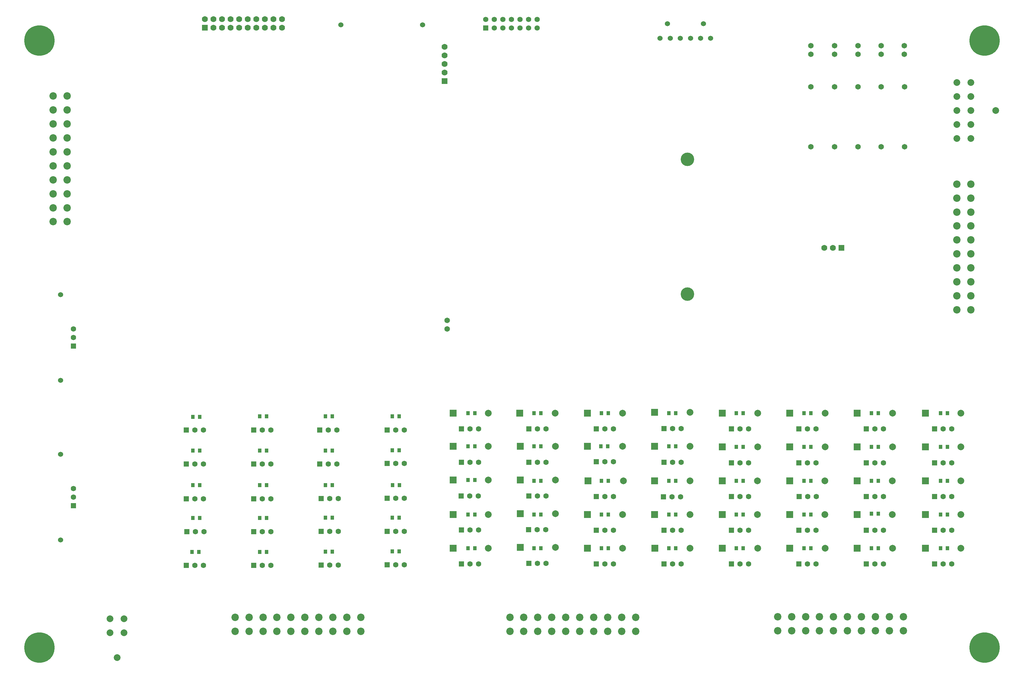
<source format=gbr>
%TF.GenerationSoftware,Altium Limited,Altium Designer,18.0.11 (651)*%
G04 Layer_Color=255*
%FSLAX26Y26*%
%MOIN*%
%TF.FileFunction,Pads,Bot*%
%TF.Part,Single*%
G01*
G75*
%TA.AperFunction,SMDPad,CuDef*%
%ADD14R,0.040000X0.050000*%
%TA.AperFunction,ComponentPad*%
%ADD50C,0.062000*%
%ADD51R,0.062000X0.062000*%
%ADD52R,0.078740X0.078740*%
%ADD53C,0.078740*%
%ADD54R,0.062992X0.062992*%
%ADD55C,0.062992*%
%ADD56C,0.060000*%
%TA.AperFunction,ViaPad*%
%ADD57C,0.060000*%
%TA.AperFunction,ComponentPad*%
%ADD58C,0.070000*%
%ADD59R,0.070000X0.070000*%
%ADD60R,0.062992X0.062992*%
%ADD61C,0.064961*%
%ADD62C,0.065000*%
%TA.AperFunction,ViaPad*%
%ADD63C,0.157480*%
%ADD64C,0.354331*%
%TA.AperFunction,ComponentPad*%
%ADD65R,0.070000X0.070000*%
%ADD66C,0.086614*%
D14*
X2960472Y1906299D02*
D03*
X3040472D02*
D03*
X2960471Y1512598D02*
D03*
X3040471D02*
D03*
X2173070D02*
D03*
X2253070D02*
D03*
X2180944Y1906299D02*
D03*
X2260944D02*
D03*
X2180944Y2292126D02*
D03*
X2260944D02*
D03*
X2960472D02*
D03*
X3040472D02*
D03*
X2960472Y2693701D02*
D03*
X3040472D02*
D03*
X2960472Y3095276D02*
D03*
X3040472D02*
D03*
X2180944Y3087401D02*
D03*
X2260944D02*
D03*
X2180944Y2693701D02*
D03*
X2260944D02*
D03*
X4507874Y2698032D02*
D03*
X4587874D02*
D03*
X4510709Y2291338D02*
D03*
X4590709D02*
D03*
X4507874Y1516929D02*
D03*
X4587874D02*
D03*
X4507874Y1910630D02*
D03*
X4587874D02*
D03*
X3729213Y1512992D02*
D03*
X3809213D02*
D03*
X3729213Y1910630D02*
D03*
X3809213D02*
D03*
X3729213Y2292520D02*
D03*
X3809213D02*
D03*
X3729213Y2696032D02*
D03*
X3809213D02*
D03*
X3729213Y3095669D02*
D03*
X3809213D02*
D03*
X4507874D02*
D03*
X4587874D02*
D03*
X10177165Y3129921D02*
D03*
X10097165D02*
D03*
X10178425Y2736220D02*
D03*
X10098425D02*
D03*
X6241417Y1948819D02*
D03*
X6161417D02*
D03*
X6241417Y1555118D02*
D03*
X6161417D02*
D03*
X7027559Y3129921D02*
D03*
X6947559D02*
D03*
X7021654Y2746063D02*
D03*
X6941654D02*
D03*
X10984252Y1555118D02*
D03*
X10904252D02*
D03*
X9392132Y3129921D02*
D03*
X9312132D02*
D03*
X9392132Y2736220D02*
D03*
X9312132D02*
D03*
X10984252Y3129921D02*
D03*
X10904252D02*
D03*
X7816221Y1555118D02*
D03*
X7736221D02*
D03*
X8602362Y2736220D02*
D03*
X8522362D02*
D03*
X10985512D02*
D03*
X10905512D02*
D03*
X6241417Y3129921D02*
D03*
X6161417D02*
D03*
X8602362Y2342520D02*
D03*
X8522362D02*
D03*
X10984252D02*
D03*
X10904252D02*
D03*
X6241417Y2746063D02*
D03*
X6161417D02*
D03*
X8603622Y1948819D02*
D03*
X8523622D02*
D03*
X9392132Y1555118D02*
D03*
X9312132D02*
D03*
X8603622D02*
D03*
X8523622D02*
D03*
X10984252Y1948819D02*
D03*
X10904252D02*
D03*
X7028819Y2342520D02*
D03*
X6948819D02*
D03*
X6241417D02*
D03*
X6161417D02*
D03*
X7028819Y1948819D02*
D03*
X6948819D02*
D03*
X7027559Y1555118D02*
D03*
X6947559D02*
D03*
X5473701Y3129921D02*
D03*
X5393701D02*
D03*
X10178425Y2342520D02*
D03*
X10098425D02*
D03*
X5472441Y2746063D02*
D03*
X5392441D02*
D03*
X7816221Y3129921D02*
D03*
X7736221D02*
D03*
X10177165Y1958661D02*
D03*
X10097165D02*
D03*
X5473701Y2352362D02*
D03*
X5393701D02*
D03*
X10178425Y1555118D02*
D03*
X10098425D02*
D03*
X5472441Y1948819D02*
D03*
X5392441D02*
D03*
X7816221Y2342520D02*
D03*
X7736221D02*
D03*
X8603622Y3129921D02*
D03*
X8523622D02*
D03*
X5472441Y1555118D02*
D03*
X5392441D02*
D03*
X7816221Y1948819D02*
D03*
X7736221D02*
D03*
X9391024D02*
D03*
X9311024D02*
D03*
X7816221Y2746063D02*
D03*
X7736221D02*
D03*
X9391024Y2342520D02*
D03*
X9311024D02*
D03*
D50*
X5697244Y7628346D02*
D03*
X5797244D02*
D03*
X5697244Y7728346D02*
D03*
X6197244Y7628346D02*
D03*
Y7728346D02*
D03*
X6097244Y7628346D02*
D03*
Y7728346D02*
D03*
X5997244Y7628346D02*
D03*
Y7728346D02*
D03*
X5897244Y7628346D02*
D03*
Y7728346D02*
D03*
X5797244D02*
D03*
X5597244D02*
D03*
D51*
Y7628346D02*
D03*
D52*
X10729134Y1555118D02*
D03*
Y1948819D02*
D03*
Y2342520D02*
D03*
Y2736220D02*
D03*
Y3129921D02*
D03*
X9933465Y1555118D02*
D03*
X9931890Y1948819D02*
D03*
Y2342520D02*
D03*
X9933465Y2736220D02*
D03*
Y3129921D02*
D03*
X9146063Y1555118D02*
D03*
X9144488Y1948819D02*
D03*
Y2342520D02*
D03*
X9146063Y2736220D02*
D03*
Y3129921D02*
D03*
X8358661Y1555118D02*
D03*
X8357087Y1948819D02*
D03*
Y2342520D02*
D03*
X8358661Y2736220D02*
D03*
Y3129921D02*
D03*
X7571260Y1555118D02*
D03*
X7569685Y1948819D02*
D03*
Y2342520D02*
D03*
Y2746063D02*
D03*
Y3139764D02*
D03*
X6783858Y1555118D02*
D03*
Y1948819D02*
D03*
X6792126Y2342520D02*
D03*
X6783858Y2746063D02*
D03*
Y3129921D02*
D03*
X6000787Y1564961D02*
D03*
Y1958661D02*
D03*
Y2352362D02*
D03*
Y2746063D02*
D03*
X5996457Y3129921D02*
D03*
X5217323Y1555118D02*
D03*
Y1948819D02*
D03*
Y2352362D02*
D03*
Y2746063D02*
D03*
Y3129921D02*
D03*
D53*
X11140945Y1555118D02*
D03*
Y1948819D02*
D03*
Y2342520D02*
D03*
Y2736220D02*
D03*
Y3129921D02*
D03*
X10345276Y1555118D02*
D03*
X10343701Y1948819D02*
D03*
Y2342520D02*
D03*
X10345276Y2736220D02*
D03*
Y3129921D02*
D03*
X9557874Y1555118D02*
D03*
X9556299Y1948819D02*
D03*
Y2342520D02*
D03*
X9557874Y2736220D02*
D03*
Y3129921D02*
D03*
X8770472Y1555118D02*
D03*
X8768898Y1948819D02*
D03*
Y2342520D02*
D03*
X8770472Y2736220D02*
D03*
Y3129921D02*
D03*
X7983071Y1555118D02*
D03*
X7981496Y1948819D02*
D03*
Y2342520D02*
D03*
Y2746063D02*
D03*
Y3139764D02*
D03*
X7195669Y1555118D02*
D03*
Y1948819D02*
D03*
X7203937Y2342520D02*
D03*
X7195669Y2746063D02*
D03*
Y3129921D02*
D03*
X6412598Y1564961D02*
D03*
Y1958661D02*
D03*
Y2352362D02*
D03*
Y2746063D02*
D03*
X6408268Y3129921D02*
D03*
X5629134Y1555118D02*
D03*
Y1948819D02*
D03*
Y2352362D02*
D03*
Y2746063D02*
D03*
Y3129921D02*
D03*
X11548819Y6664567D02*
D03*
X11259843Y6990551D02*
D03*
Y6827559D02*
D03*
Y6664567D02*
D03*
Y6501575D02*
D03*
Y6338583D02*
D03*
X11096850D02*
D03*
Y6990551D02*
D03*
Y6827559D02*
D03*
Y6664567D02*
D03*
Y6501575D02*
D03*
X1214961Y730693D02*
D03*
X1377953D02*
D03*
Y567701D02*
D03*
X1214961D02*
D03*
X1298425Y278724D02*
D03*
D54*
X10039370Y1371653D02*
D03*
Y1765354D02*
D03*
Y2159055D02*
D03*
Y2552756D02*
D03*
Y2946456D02*
D03*
X8464567Y1371653D02*
D03*
Y1765354D02*
D03*
Y2159055D02*
D03*
Y2552756D02*
D03*
X6889764Y1371653D02*
D03*
Y1765354D02*
D03*
X6888189Y2159055D02*
D03*
X6889764Y2564961D02*
D03*
X6888189Y2946456D02*
D03*
X5314961Y1371653D02*
D03*
Y1768504D02*
D03*
X5313386Y2165354D02*
D03*
X5314961Y2559055D02*
D03*
Y2946456D02*
D03*
X4449213Y1362599D02*
D03*
Y1751575D02*
D03*
Y2137008D02*
D03*
Y2545351D02*
D03*
X3677871Y1356299D02*
D03*
Y1750000D02*
D03*
Y2133859D02*
D03*
X3660631Y2537402D02*
D03*
X3661812Y2934252D02*
D03*
X4449213D02*
D03*
X7677165Y2952756D02*
D03*
Y2559055D02*
D03*
X7672366Y2155512D02*
D03*
X7677165Y1765354D02*
D03*
Y1371653D02*
D03*
X6100787Y2946456D02*
D03*
X6102362Y2559055D02*
D03*
Y2165354D02*
D03*
X6097562Y1771654D02*
D03*
X6102362Y1377953D02*
D03*
X10835039Y2946456D02*
D03*
Y2552756D02*
D03*
Y2159055D02*
D03*
Y1765354D02*
D03*
Y1371653D02*
D03*
X9251969Y2946456D02*
D03*
Y2552756D02*
D03*
X9255118Y2159055D02*
D03*
X9251969Y1765354D02*
D03*
Y1371653D02*
D03*
X8464567Y2946456D02*
D03*
X2892126Y2933071D02*
D03*
Y2536220D02*
D03*
Y2132677D02*
D03*
Y1748819D02*
D03*
Y1355118D02*
D03*
X2104724Y2933071D02*
D03*
Y2536220D02*
D03*
Y2132677D02*
D03*
X2113469Y1748819D02*
D03*
X2104724Y1355118D02*
D03*
D55*
X10139370Y1371653D02*
D03*
X10239370D02*
D03*
X10139370Y1765354D02*
D03*
X10239370D02*
D03*
X10139370Y2159055D02*
D03*
X10239370D02*
D03*
X10139370Y2552756D02*
D03*
X10239370D02*
D03*
X10139370Y2946456D02*
D03*
X10239370D02*
D03*
X8564567Y1371653D02*
D03*
X8664567D02*
D03*
X8564567Y1765354D02*
D03*
X8664567D02*
D03*
X8564567Y2159055D02*
D03*
X8664567D02*
D03*
X8564567Y2552756D02*
D03*
X8664567D02*
D03*
X6989764Y1371653D02*
D03*
X7089764D02*
D03*
X6989764Y1765354D02*
D03*
X7089764D02*
D03*
X6988189Y2159055D02*
D03*
X7088189D02*
D03*
X6989764Y2564961D02*
D03*
X7089764D02*
D03*
X6988189Y2946456D02*
D03*
X7088189D02*
D03*
X5414961Y1371653D02*
D03*
X5514961D02*
D03*
X5414961Y1768504D02*
D03*
X5514961D02*
D03*
X5413386Y2165354D02*
D03*
X5513386D02*
D03*
X5414961Y2559055D02*
D03*
X5514961D02*
D03*
X5414961Y2946456D02*
D03*
X5514961D02*
D03*
X4549213Y1362599D02*
D03*
X4649213D02*
D03*
X4549213Y1751575D02*
D03*
X4649213D02*
D03*
X4549213Y2137008D02*
D03*
X4649213D02*
D03*
X4549213Y2545351D02*
D03*
X4649213D02*
D03*
X3777871Y1356299D02*
D03*
X3877871D02*
D03*
X3777871Y1750000D02*
D03*
X3877871D02*
D03*
X3777871Y2133859D02*
D03*
X3877871D02*
D03*
X3760631Y2537402D02*
D03*
X3860631D02*
D03*
X3761812Y2934252D02*
D03*
X3861812D02*
D03*
X787402Y4114173D02*
D03*
Y4014173D02*
D03*
X4549213Y2934252D02*
D03*
X4649213D02*
D03*
X7877165Y2952756D02*
D03*
X7777165D02*
D03*
X7877165Y2559055D02*
D03*
X7777165D02*
D03*
X7872366Y2155512D02*
D03*
X7772366D02*
D03*
X7877165Y1765354D02*
D03*
X7777165D02*
D03*
X7877165Y1371653D02*
D03*
X7777165D02*
D03*
X6300787Y2946456D02*
D03*
X6200787D02*
D03*
X6302362Y2559055D02*
D03*
X6202362D02*
D03*
X6302362Y2165354D02*
D03*
X6202362D02*
D03*
X6297562Y1771654D02*
D03*
X6197562D02*
D03*
X6302362Y1377953D02*
D03*
X6202362D02*
D03*
X11035039Y2946456D02*
D03*
X10935039D02*
D03*
X11035039Y2552756D02*
D03*
X10935039D02*
D03*
X11035039Y2159055D02*
D03*
X10935039D02*
D03*
X11035039Y1765354D02*
D03*
X10935039D02*
D03*
X11035039Y1371653D02*
D03*
X10935039D02*
D03*
X9451969Y2946456D02*
D03*
X9351969D02*
D03*
X9451969Y2552756D02*
D03*
X9351969D02*
D03*
X9455118Y2159055D02*
D03*
X9355118D02*
D03*
X9451969Y1765354D02*
D03*
X9351969D02*
D03*
X9451969Y1371653D02*
D03*
X9351969D02*
D03*
X8664567Y2946456D02*
D03*
X8564567D02*
D03*
X787402Y2252363D02*
D03*
Y2152363D02*
D03*
X3092126Y2933071D02*
D03*
X2992126D02*
D03*
X3092126Y2536220D02*
D03*
X2992126D02*
D03*
X3092126Y2132677D02*
D03*
X2992126D02*
D03*
X3092126Y1748819D02*
D03*
X2992126D02*
D03*
X3092126Y1355118D02*
D03*
X2992126D02*
D03*
X2304724Y2933071D02*
D03*
X2204724D02*
D03*
X2304724Y2536220D02*
D03*
X2204724D02*
D03*
X2304724Y2132677D02*
D03*
X2204724D02*
D03*
X2313469Y1748819D02*
D03*
X2213469D02*
D03*
X2304724Y1355118D02*
D03*
X2204724D02*
D03*
D56*
X7717520Y7677953D02*
D03*
X8138779D02*
D03*
X8223425Y7507874D02*
D03*
X8105315D02*
D03*
X7987205D02*
D03*
X7632874D02*
D03*
X7750984D02*
D03*
X7869095D02*
D03*
X3909449Y7665354D02*
D03*
X4862205D02*
D03*
D57*
X637795Y3514173D02*
D03*
Y4514173D02*
D03*
Y1652362D02*
D03*
Y2652362D02*
D03*
D58*
X9548031Y5061023D02*
D03*
X9648031Y5061023D02*
D03*
X5118110Y7409449D02*
D03*
X5118110Y7309449D02*
D03*
X5118110Y7109449D02*
D03*
X5118110Y7209449D02*
D03*
X2820670Y7629921D02*
D03*
X3220670Y7729921D02*
D03*
Y7629921D02*
D03*
X3120670Y7729921D02*
D03*
Y7629921D02*
D03*
X3020670Y7729921D02*
D03*
Y7629921D02*
D03*
X2920670Y7729921D02*
D03*
Y7629921D02*
D03*
X2820670Y7729921D02*
D03*
X2520669Y7729921D02*
D03*
X2420669Y7729921D02*
D03*
X2420669Y7629922D02*
D03*
X2520669Y7629921D02*
D03*
X2620670Y7629922D02*
D03*
X2720669Y7729922D02*
D03*
X2720670Y7629922D02*
D03*
X2320670Y7729922D02*
D03*
X2620670Y7729922D02*
D03*
D59*
X9748031Y5061024D02*
D03*
D60*
X787402Y3914173D02*
D03*
Y2052363D02*
D03*
D61*
X10485748Y6942205D02*
D03*
Y6242205D02*
D03*
X10212008Y6942205D02*
D03*
Y6242205D02*
D03*
X9943314Y6941682D02*
D03*
Y6241682D02*
D03*
X9667723Y6941682D02*
D03*
Y6241682D02*
D03*
X9392132Y6941682D02*
D03*
Y6241682D02*
D03*
D62*
X5147638Y4114173D02*
D03*
Y4214173D02*
D03*
X10483077Y7421260D02*
D03*
Y7321260D02*
D03*
X10212014Y7421260D02*
D03*
Y7321260D02*
D03*
X9943314Y7421260D02*
D03*
Y7321260D02*
D03*
X9667723Y7421260D02*
D03*
Y7321260D02*
D03*
X9392132Y7421260D02*
D03*
Y7321260D02*
D03*
D63*
X7952756Y6094488D02*
D03*
Y4519685D02*
D03*
D64*
X11417323Y393701D02*
D03*
Y7480315D02*
D03*
X393701D02*
D03*
Y393701D02*
D03*
D65*
X5118111Y7009449D02*
D03*
X2320670Y7629921D02*
D03*
D66*
X551181Y5366142D02*
D03*
Y5529134D02*
D03*
Y6181102D02*
D03*
Y6018110D02*
D03*
Y5692126D02*
D03*
Y5855118D02*
D03*
Y6507087D02*
D03*
Y6344095D02*
D03*
Y6670079D02*
D03*
Y6833071D02*
D03*
X714173D02*
D03*
Y6670079D02*
D03*
Y6344095D02*
D03*
Y6507087D02*
D03*
Y5855118D02*
D03*
Y5692126D02*
D03*
Y6018110D02*
D03*
Y6181102D02*
D03*
Y5529134D02*
D03*
Y5366142D02*
D03*
X11259843Y5805118D02*
D03*
Y5642126D02*
D03*
Y4990158D02*
D03*
Y5153150D02*
D03*
Y5479134D02*
D03*
Y5316142D02*
D03*
Y4664173D02*
D03*
Y4827166D02*
D03*
Y4501181D02*
D03*
Y4338189D02*
D03*
X11096850D02*
D03*
Y4501181D02*
D03*
Y4827166D02*
D03*
Y4664173D02*
D03*
Y5316142D02*
D03*
Y5479134D02*
D03*
Y5153150D02*
D03*
Y4990158D02*
D03*
Y5642126D02*
D03*
Y5805118D02*
D03*
X7347638Y585039D02*
D03*
X7184646D02*
D03*
X6532677D02*
D03*
X6695669D02*
D03*
X7021654D02*
D03*
X6858661D02*
D03*
X6206693D02*
D03*
X6369685D02*
D03*
X6043701D02*
D03*
X5880709D02*
D03*
Y748032D02*
D03*
X6043701D02*
D03*
X6369685D02*
D03*
X6206693D02*
D03*
X6858661D02*
D03*
X7021654D02*
D03*
X6695669D02*
D03*
X6532677D02*
D03*
X7184646D02*
D03*
X7347638D02*
D03*
X10471654Y590551D02*
D03*
X10308661D02*
D03*
X9656693D02*
D03*
X9819685D02*
D03*
X10145669D02*
D03*
X9982677D02*
D03*
X9330709D02*
D03*
X9493701D02*
D03*
X9167717D02*
D03*
X9004724D02*
D03*
Y753543D02*
D03*
X9167717D02*
D03*
X9493701D02*
D03*
X9330709D02*
D03*
X9982677D02*
D03*
X10145669D02*
D03*
X9819685D02*
D03*
X9656693D02*
D03*
X10308661D02*
D03*
X10471654D02*
D03*
X4141340Y585039D02*
D03*
X3978348D02*
D03*
X3326379D02*
D03*
X3489371D02*
D03*
X3815356D02*
D03*
X3652363D02*
D03*
X3000395D02*
D03*
X3163387D02*
D03*
X2837403D02*
D03*
X2674411D02*
D03*
Y748032D02*
D03*
X2837403D02*
D03*
X3163387D02*
D03*
X3000395D02*
D03*
X3652363D02*
D03*
X3815356D02*
D03*
X3489371D02*
D03*
X3326379D02*
D03*
X3978348D02*
D03*
X4141340D02*
D03*
%TF.MD5,339dc978f80b6f36f9adb96c8f440341*%
M02*

</source>
